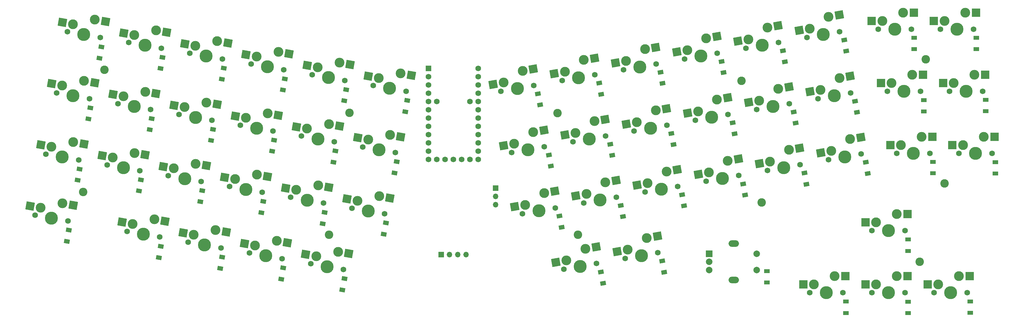
<source format=gbr>
%TF.GenerationSoftware,KiCad,Pcbnew,(6.0.9-0)*%
%TF.CreationDate,2023-02-13T21:26:22+01:00*%
%TF.ProjectId,pcb,7063622e-6b69-4636-9164-5f7063625858,rev?*%
%TF.SameCoordinates,Original*%
%TF.FileFunction,Soldermask,Bot*%
%TF.FilePolarity,Negative*%
%FSLAX46Y46*%
G04 Gerber Fmt 4.6, Leading zero omitted, Abs format (unit mm)*
G04 Created by KiCad (PCBNEW (6.0.9-0)) date 2023-02-13 21:26:22*
%MOMM*%
%LPD*%
G01*
G04 APERTURE LIST*
G04 Aperture macros list*
%AMRotRect*
0 Rectangle, with rotation*
0 The origin of the aperture is its center*
0 $1 length*
0 $2 width*
0 $3 Rotation angle, in degrees counterclockwise*
0 Add horizontal line*
21,1,$1,$2,0,0,$3*%
G04 Aperture macros list end*
%ADD10C,3.000000*%
%ADD11C,1.750000*%
%ADD12C,3.987800*%
%ADD13RotRect,2.550000X2.500000X10.000000*%
%ADD14R,2.550000X2.500000*%
%ADD15RotRect,2.550000X2.500000X350.000000*%
%ADD16C,2.600000*%
%ADD17R,1.752600X1.752600*%
%ADD18C,1.752600*%
%ADD19R,1.700000X1.700000*%
%ADD20O,1.700000X1.700000*%
%ADD21O,3.200000X2.000000*%
%ADD22R,2.000000X2.000000*%
%ADD23C,2.000000*%
%ADD24RotRect,1.300000X1.700000X100.000000*%
%ADD25RotRect,1.300000X1.700000X80.000000*%
%ADD26R,1.700000X1.300000*%
G04 APERTURE END LIST*
D10*
%TO.C,MX40*%
X312322239Y-64345150D03*
D11*
X315705783Y-68906907D03*
D10*
X306509776Y-67949228D03*
D11*
X305700137Y-70671173D03*
D12*
X310702960Y-69789040D03*
D13*
X303284531Y-68517926D03*
X315574074Y-63771764D03*
%TD*%
D11*
%TO.C,MX42*%
X355803200Y-68681600D03*
X345643200Y-68681600D03*
D10*
X346913200Y-66141600D03*
D12*
X350723200Y-68681600D03*
D10*
X353263200Y-63601600D03*
D14*
X343638200Y-66141600D03*
X356565200Y-63601600D03*
%TD*%
D10*
%TO.C,MX53*%
X339344000Y-108966000D03*
D12*
X343154000Y-111506000D03*
D10*
X345694000Y-106426000D03*
D11*
X338074000Y-111506000D03*
X348234000Y-111506000D03*
D14*
X336069000Y-108966000D03*
X348996000Y-106426000D03*
%TD*%
D10*
%TO.C,MX16*%
X96306904Y-49804403D03*
X89612309Y-51203149D03*
D11*
X97926183Y-55248293D03*
D12*
X92923360Y-54366160D03*
D11*
X87920537Y-53484027D03*
D15*
X86387063Y-50634451D03*
X99558740Y-50377789D03*
%TD*%
D16*
%TO.C,H2*%
X77266800Y-80568800D03*
%TD*%
%TO.C,H7*%
X278993600Y-46431200D03*
%TD*%
D12*
%TO.C,MX32*%
X127132080Y-79786480D03*
D11*
X122129257Y-78904347D03*
X132134903Y-80668613D03*
D10*
X123821029Y-76623469D03*
X130515624Y-75224723D03*
D15*
X120595783Y-76054771D03*
X133767460Y-75798109D03*
%TD*%
D11*
%TO.C,MX13*%
X331063600Y-30581600D03*
D12*
X325983600Y-30581600D03*
D11*
X320903600Y-30581600D03*
D10*
X322173600Y-28041600D03*
X328523600Y-25501600D03*
D14*
X318898600Y-28041600D03*
X331825600Y-25501600D03*
%TD*%
D12*
%TO.C,MX15*%
X74168000Y-51054000D03*
D11*
X69165177Y-50171867D03*
D10*
X77551544Y-46492243D03*
X70856949Y-47890989D03*
D11*
X79170823Y-51936133D03*
D15*
X67631703Y-47322291D03*
X80803380Y-47065629D03*
%TD*%
D11*
%TO.C,MX17*%
X116681543Y-58560453D03*
D10*
X115062264Y-53116563D03*
D11*
X106675897Y-56796187D03*
D10*
X108367669Y-54515309D03*
D12*
X111678720Y-57678320D03*
D15*
X105142423Y-53946611D03*
X118314100Y-53689949D03*
%TD*%
D10*
%TO.C,MX52*%
X320294000Y-108966000D03*
D11*
X329184000Y-111506000D03*
D10*
X326644000Y-106426000D03*
D12*
X324104000Y-111506000D03*
D11*
X319024000Y-111506000D03*
D14*
X317019000Y-108966000D03*
X329946000Y-106426000D03*
%TD*%
D11*
%TO.C,MX21*%
X218576183Y-66722507D03*
D10*
X215192639Y-62160750D03*
X209380176Y-65764828D03*
D11*
X208570537Y-68486773D03*
D12*
X213573360Y-67604640D03*
D13*
X206154931Y-66333526D03*
X218444474Y-61587364D03*
%TD*%
D12*
%TO.C,MX1*%
X77470000Y-32258000D03*
D11*
X72467177Y-31375867D03*
D10*
X74158949Y-29094989D03*
D11*
X82472823Y-33140133D03*
D10*
X80853544Y-27696243D03*
D15*
X70933703Y-28526291D03*
X84105380Y-28269629D03*
%TD*%
D12*
%TO.C,MX47*%
X151993599Y-103479599D03*
D11*
X146990776Y-102597466D03*
X156996422Y-104361732D03*
D10*
X148682548Y-100316588D03*
X155377143Y-98917842D03*
D15*
X145457302Y-99747890D03*
X158628979Y-99491228D03*
%TD*%
D10*
%TO.C,MX28*%
X350418400Y-44551600D03*
X344068400Y-47091600D03*
D11*
X352958400Y-49631600D03*
X342798400Y-49631600D03*
D12*
X347878400Y-49631600D03*
D14*
X340793400Y-47091600D03*
X353720400Y-44551600D03*
%TD*%
D11*
%TO.C,MX8*%
X234080343Y-44614347D03*
D10*
X230696799Y-40052590D03*
D12*
X229077520Y-45496480D03*
D10*
X224884336Y-43656668D03*
D11*
X224074697Y-46378613D03*
D13*
X221659091Y-44225366D03*
X233948634Y-39479204D03*
%TD*%
D10*
%TO.C,MX20*%
X164633749Y-64451789D03*
D11*
X162941977Y-66732667D03*
D12*
X167944800Y-67614800D03*
D10*
X171328344Y-63053043D03*
D11*
X172947623Y-68496933D03*
D15*
X161408503Y-63883091D03*
X174580180Y-63626429D03*
%TD*%
D11*
%TO.C,MX51*%
X299974000Y-111506000D03*
D10*
X301244000Y-108966000D03*
D12*
X305054000Y-111506000D03*
D11*
X310134000Y-111506000D03*
D10*
X307594000Y-106426000D03*
D14*
X297969000Y-108966000D03*
X310896000Y-106426000D03*
%TD*%
D17*
%TO.C,U1*%
X183134000Y-42621200D03*
D18*
X183134000Y-45161200D03*
X183134000Y-47701200D03*
X183134000Y-50241200D03*
X183134000Y-52781200D03*
X183134000Y-55321200D03*
X183134000Y-57861200D03*
X183134000Y-60401200D03*
X183134000Y-62941200D03*
X183134000Y-65481200D03*
X183134000Y-68021200D03*
X183134000Y-70561200D03*
X185674000Y-70561200D03*
X188214000Y-70561200D03*
X190754000Y-70561200D03*
X193294000Y-70561200D03*
X195834000Y-70561200D03*
X198374000Y-70561200D03*
X198374000Y-68021200D03*
X198374000Y-65481200D03*
X198374000Y-62941200D03*
X198374000Y-60401200D03*
X198374000Y-57861200D03*
X198374000Y-55321200D03*
X198374000Y-52781200D03*
X198374000Y-50241200D03*
X198374000Y-47701200D03*
X198374000Y-45161200D03*
X198374000Y-42621200D03*
X195834000Y-52781200D03*
X185674000Y-52781200D03*
%TD*%
D11*
%TO.C,MX5*%
X147447977Y-44583867D03*
D12*
X152450800Y-45466000D03*
D10*
X149139749Y-42302989D03*
D11*
X157453623Y-46348133D03*
D10*
X155834344Y-40904243D03*
D15*
X145914503Y-41734291D03*
X159086180Y-41477629D03*
%TD*%
D12*
%TO.C,MX39*%
X291947600Y-73101200D03*
D10*
X287754416Y-71261388D03*
D11*
X286944777Y-73983333D03*
D10*
X293566879Y-67657310D03*
D11*
X296950423Y-72219067D03*
D13*
X284529171Y-71830086D03*
X296818714Y-67083924D03*
%TD*%
D10*
%TO.C,MX41*%
X334264000Y-63601600D03*
D11*
X326644000Y-68681600D03*
X336804000Y-68681600D03*
D10*
X327914000Y-66141600D03*
D12*
X331724000Y-68681600D03*
D14*
X324639000Y-66141600D03*
X337566000Y-63601600D03*
%TD*%
D11*
%TO.C,MX29*%
X75868823Y-70732133D03*
D10*
X74249544Y-65288243D03*
X67554949Y-66686989D03*
D12*
X70866000Y-69850000D03*
D11*
X65863177Y-68967867D03*
D15*
X64329703Y-66118291D03*
X77501380Y-65861629D03*
%TD*%
D11*
%TO.C,MX14*%
X339953600Y-30581600D03*
D10*
X341223600Y-28041600D03*
X347573600Y-25501600D03*
D11*
X350113600Y-30581600D03*
D12*
X345033600Y-30581600D03*
D14*
X337948600Y-28041600D03*
X350875600Y-25501600D03*
%TD*%
D10*
%TO.C,MX7*%
X206128976Y-46968828D03*
X211941439Y-43364750D03*
D12*
X210322160Y-48808640D03*
D11*
X215324983Y-47926507D03*
X205319337Y-49690773D03*
D13*
X202903731Y-47537526D03*
X215193274Y-42791364D03*
%TD*%
D16*
%TO.C,H3*%
X158902400Y-56286400D03*
%TD*%
D11*
%TO.C,MX9*%
X252835703Y-41302187D03*
D10*
X243639696Y-40344508D03*
X249452159Y-36740430D03*
D11*
X242830057Y-43066453D03*
D12*
X247832880Y-42184320D03*
D13*
X240414451Y-40913206D03*
X252703994Y-36167044D03*
%TD*%
D16*
%TO.C,H6*%
X228904800Y-93675200D03*
%TD*%
D19*
%TO.C,LED0*%
X203708000Y-79364600D03*
D20*
X203708000Y-81904600D03*
X203708000Y-84444600D03*
%TD*%
D16*
%TO.C,H9*%
X335483200Y-39827200D03*
%TD*%
D11*
%TO.C,MX11*%
X290346423Y-34677867D03*
D12*
X285343600Y-35560000D03*
D10*
X281150416Y-33720188D03*
X286962879Y-30116110D03*
D11*
X280340777Y-36442133D03*
D13*
X277925171Y-34288886D03*
X290214714Y-29542724D03*
%TD*%
D10*
%TO.C,MX35*%
X212732976Y-84510028D03*
D11*
X221928983Y-85467707D03*
X211923337Y-87231973D03*
D12*
X216926160Y-86349840D03*
D10*
X218545439Y-80905950D03*
D13*
X209507731Y-85078726D03*
X221797274Y-80332564D03*
%TD*%
D10*
%TO.C,MX22*%
X233968319Y-58848590D03*
D11*
X227346217Y-65174613D03*
X237351863Y-63410347D03*
D12*
X232349040Y-64292480D03*
D10*
X228155856Y-62452668D03*
D13*
X224930611Y-63021366D03*
X237220154Y-58275204D03*
%TD*%
D16*
%TO.C,H8*%
X285191200Y-83769200D03*
%TD*%
D11*
%TO.C,MX31*%
X103373897Y-75592187D03*
D10*
X111760264Y-71912563D03*
D12*
X108376720Y-76474320D03*
D11*
X113379543Y-77356453D03*
D10*
X105065669Y-73311309D03*
D15*
X101840423Y-72742611D03*
X115012100Y-72485949D03*
%TD*%
D11*
%TO.C,MX26*%
X302448937Y-51925973D03*
D10*
X309071039Y-45599950D03*
D12*
X307451760Y-51043840D03*
D11*
X312454583Y-50161707D03*
D10*
X303258576Y-49204028D03*
D13*
X300033331Y-49772726D03*
X312322874Y-45026564D03*
%TD*%
D11*
%TO.C,MX12*%
X309101783Y-31365707D03*
X299096137Y-33129973D03*
D12*
X304098960Y-32247840D03*
D10*
X305718239Y-26803950D03*
X299905776Y-30408028D03*
D13*
X296680531Y-30976726D03*
X308970074Y-26230564D03*
%TD*%
D12*
%TO.C,MX48*%
X229575360Y-103418640D03*
D11*
X224572537Y-104300773D03*
X234578183Y-102536507D03*
D10*
X225382176Y-101578828D03*
X231194639Y-97974750D03*
D13*
X222156931Y-102147526D03*
X234446474Y-97401364D03*
%TD*%
D16*
%TO.C,H4*%
X152603200Y-93675200D03*
%TD*%
D12*
%TO.C,MX10*%
X266588240Y-38872160D03*
D11*
X271591063Y-37990027D03*
X261585417Y-39754293D03*
D10*
X268207519Y-33428270D03*
X262395056Y-37032348D03*
D13*
X259169811Y-37601046D03*
X271459354Y-32854884D03*
%TD*%
D10*
%TO.C,MX23*%
X246931536Y-59140508D03*
X252743999Y-55536430D03*
D11*
X246121897Y-61862453D03*
X256127543Y-60098187D03*
D12*
X251124720Y-60980320D03*
D13*
X243706291Y-59709206D03*
X255995834Y-54963044D03*
%TD*%
D11*
%TO.C,MX25*%
X293678903Y-53473867D03*
X283673257Y-55238133D03*
D10*
X290295359Y-48912110D03*
D12*
X288676080Y-54356000D03*
D10*
X284482896Y-52516188D03*
D13*
X281257651Y-53084886D03*
X293547194Y-48338724D03*
%TD*%
D11*
%TO.C,MX44*%
X100710023Y-94404933D03*
D12*
X95707200Y-93522800D03*
D10*
X99090744Y-88961043D03*
X92396149Y-90359789D03*
D11*
X90704377Y-92640667D03*
D15*
X89170903Y-89791091D03*
X102342580Y-89534429D03*
%TD*%
D16*
%TO.C,H11*%
X333654400Y-102006400D03*
%TD*%
D10*
%TO.C,MX50*%
X326644000Y-87376000D03*
D11*
X319024000Y-92456000D03*
X329184000Y-92456000D03*
D10*
X320294000Y-89916000D03*
D12*
X324104000Y-92456000D03*
D14*
X317019000Y-89916000D03*
X329946000Y-87376000D03*
%TD*%
D10*
%TO.C,MX34*%
X161331749Y-83247789D03*
D12*
X164642800Y-86410800D03*
D10*
X168026344Y-81849043D03*
D11*
X169645623Y-87292933D03*
X159639977Y-85528667D03*
D15*
X158106503Y-82679091D03*
X171278180Y-82422429D03*
%TD*%
D11*
%TO.C,MX46*%
X138234289Y-101042799D03*
D10*
X136615010Y-95598909D03*
X129920415Y-96997655D03*
D11*
X128228643Y-99278533D03*
D12*
X133231466Y-100160666D03*
D15*
X126695169Y-96428957D03*
X139866846Y-96172295D03*
%TD*%
D11*
%TO.C,MX2*%
X101218023Y-36442133D03*
D10*
X99598744Y-30998243D03*
D12*
X96215200Y-35560000D03*
D11*
X91212377Y-34677867D03*
D10*
X92904149Y-32396989D03*
D15*
X89678903Y-31828291D03*
X102850580Y-31571629D03*
%TD*%
D19*
%TO.C,OLED0*%
X186954000Y-99771200D03*
D20*
X189494000Y-99771200D03*
X192034000Y-99771200D03*
X194574000Y-99771200D03*
%TD*%
D16*
%TO.C,H10*%
X341223600Y-77978000D03*
%TD*%
D11*
%TO.C,MX6*%
X176198823Y-49650133D03*
D10*
X174579544Y-44206243D03*
D11*
X166193177Y-47885867D03*
D10*
X167884949Y-45604989D03*
D12*
X171196000Y-48768000D03*
D15*
X164659703Y-45036291D03*
X177831380Y-44779629D03*
%TD*%
D10*
%TO.C,MX37*%
X256056159Y-74281630D03*
X250243696Y-77885708D03*
D11*
X259439703Y-78843387D03*
X249434057Y-80607653D03*
D12*
X254436880Y-79725520D03*
D13*
X247018451Y-78454406D03*
X259307994Y-73708244D03*
%TD*%
D11*
%TO.C,MX36*%
X240684343Y-82155547D03*
D10*
X231488336Y-81197868D03*
X237300799Y-77593790D03*
D11*
X230678697Y-83919813D03*
D12*
X235681520Y-83037680D03*
D13*
X228263091Y-81766566D03*
X240552634Y-77020404D03*
%TD*%
D10*
%TO.C,MX19*%
X145878389Y-61139629D03*
X152572984Y-59740883D03*
D12*
X149189440Y-64302640D03*
D11*
X154192263Y-65184773D03*
X144186617Y-63420507D03*
D15*
X142653143Y-60570931D03*
X155824820Y-60314269D03*
%TD*%
D10*
%TO.C,MX4*%
X137089144Y-37602243D03*
D11*
X128702777Y-41281867D03*
D10*
X130394549Y-39000989D03*
D11*
X138708423Y-43046133D03*
D12*
X133705600Y-42164000D03*
D15*
X127169303Y-38432291D03*
X140340980Y-38175629D03*
%TD*%
D11*
%TO.C,MX38*%
X278195063Y-75531227D03*
D10*
X274811519Y-70969470D03*
D12*
X273192240Y-76413360D03*
D10*
X268999056Y-74573548D03*
D11*
X268189417Y-77295493D03*
D13*
X265773811Y-75142246D03*
X278063354Y-70396084D03*
%TD*%
D10*
%TO.C,MX24*%
X271519679Y-52224270D03*
D11*
X274903223Y-56786027D03*
D10*
X265707216Y-55828348D03*
D12*
X269900400Y-57668160D03*
D11*
X264897577Y-58550293D03*
D13*
X262481971Y-56397046D03*
X274771514Y-51650884D03*
%TD*%
D11*
%TO.C,MX3*%
X109957577Y-37979867D03*
X119963223Y-39744133D03*
D12*
X114960400Y-38862000D03*
D10*
X111649349Y-35698989D03*
X118343944Y-34300243D03*
D15*
X108424103Y-35130291D03*
X121595780Y-34873629D03*
%TD*%
D12*
%TO.C,MX43*%
X67564000Y-88595200D03*
D10*
X70947544Y-84033443D03*
D11*
X62561177Y-87713067D03*
X72566823Y-89477333D03*
D10*
X64252949Y-85432189D03*
D15*
X61027703Y-84863491D03*
X74199380Y-84606829D03*
%TD*%
D21*
%TO.C,SW1*%
X276656800Y-96406400D03*
X276656800Y-107606400D03*
D22*
X269156800Y-99506400D03*
D23*
X269156800Y-104506400D03*
X269156800Y-102006400D03*
X283656800Y-104506400D03*
X283656800Y-99506400D03*
%TD*%
D10*
%TO.C,MX45*%
X111158282Y-93678722D03*
D11*
X119472156Y-97723866D03*
X109466510Y-95959600D03*
D10*
X117852877Y-92279976D03*
D12*
X114469333Y-96841733D03*
D15*
X107933036Y-93110024D03*
X121104713Y-92853362D03*
%TD*%
D16*
%TO.C,H1*%
X83769200Y-43078400D03*
%TD*%
D10*
%TO.C,MX27*%
X331368400Y-44577000D03*
D12*
X328828400Y-49657000D03*
D10*
X325018400Y-47117000D03*
D11*
X323748400Y-49657000D03*
X333908400Y-49657000D03*
D14*
X321743400Y-47117000D03*
X334670400Y-44577000D03*
%TD*%
D11*
%TO.C,MX30*%
X94624183Y-74044293D03*
D12*
X89621360Y-73162160D03*
D10*
X86310309Y-69999149D03*
D11*
X84618537Y-72280027D03*
D10*
X93004904Y-68600403D03*
D15*
X83085063Y-69430451D03*
X96256740Y-69173789D03*
%TD*%
D11*
%TO.C,MX33*%
X140884617Y-82216507D03*
D10*
X142576389Y-79935629D03*
X149270984Y-78536883D03*
D12*
X145887440Y-83098640D03*
D11*
X150890263Y-83980773D03*
D15*
X139351143Y-79366931D03*
X152522820Y-79110269D03*
%TD*%
D16*
%TO.C,H5*%
X222656400Y-56337200D03*
%TD*%
D10*
%TO.C,MX49*%
X244178176Y-98276828D03*
X249990639Y-94672750D03*
D12*
X248371360Y-100116640D03*
D11*
X253374183Y-99234507D03*
X243368537Y-100998773D03*
D13*
X240952931Y-98845526D03*
X253242474Y-94099364D03*
%TD*%
D10*
%TO.C,MX18*%
X127123029Y-57827469D03*
D11*
X135436903Y-61872613D03*
D10*
X133817624Y-56428723D03*
D12*
X130434080Y-60990480D03*
D11*
X125431257Y-60108347D03*
D15*
X123897783Y-57258771D03*
X137069460Y-57002109D03*
%TD*%
D24*
%TO.C,D7*%
X217270684Y-53844214D03*
X216662916Y-50397386D03*
%TD*%
D25*
%TO.C,D15*%
X78893316Y-58162214D03*
X79501084Y-54715386D03*
%TD*%
%TO.C,D3*%
X119736516Y-45970214D03*
X120344284Y-42523386D03*
%TD*%
D26*
%TO.C,D42*%
X356819200Y-74902000D03*
X356819200Y-71402000D03*
%TD*%
D25*
%TO.C,D16*%
X97689316Y-61464214D03*
X98297084Y-58017386D03*
%TD*%
D24*
%TO.C,D23*%
X258164684Y-66036214D03*
X257556916Y-62589386D03*
%TD*%
D25*
%TO.C,D45*%
X119228516Y-103983814D03*
X119836284Y-100536986D03*
%TD*%
D24*
%TO.C,D38*%
X280161084Y-81530214D03*
X279553316Y-78083386D03*
%TD*%
%TO.C,D39*%
X298906284Y-78177414D03*
X298298516Y-74730586D03*
%TD*%
%TO.C,D24*%
X276909884Y-62734214D03*
X276302116Y-59287386D03*
%TD*%
%TO.C,D35*%
X223874684Y-91385414D03*
X223266916Y-87938586D03*
%TD*%
%TO.C,D26*%
X314400284Y-56130214D03*
X313792516Y-52683386D03*
%TD*%
D26*
%TO.C,D14*%
X350977200Y-36751200D03*
X350977200Y-33251200D03*
%TD*%
%TO.C,D13*%
X331927200Y-36751200D03*
X331927200Y-33251200D03*
%TD*%
%TO.C,D27*%
X334873600Y-55852000D03*
X334873600Y-52352000D03*
%TD*%
D25*
%TO.C,D1*%
X82246116Y-39467814D03*
X82853884Y-36020986D03*
%TD*%
D26*
%TO.C,D50*%
X330098400Y-98676400D03*
X330098400Y-95176400D03*
%TD*%
D24*
%TO.C,D25*%
X295655084Y-59432214D03*
X295047316Y-55985386D03*
%TD*%
D25*
%TO.C,D29*%
X75591316Y-76958214D03*
X76199084Y-73511386D03*
%TD*%
%TO.C,D4*%
X138481716Y-49272214D03*
X139089484Y-45825386D03*
%TD*%
D26*
%TO.C,D52*%
X330047600Y-117777200D03*
X330047600Y-114277200D03*
%TD*%
D25*
%TO.C,D47*%
X156718916Y-110587814D03*
X157326684Y-107140986D03*
%TD*%
D24*
%TO.C,D8*%
X236015884Y-50593014D03*
X235408116Y-47146186D03*
%TD*%
%TO.C,D10*%
X273557084Y-43938214D03*
X272949316Y-40491386D03*
%TD*%
D25*
%TO.C,D31*%
X113132516Y-83562214D03*
X113740284Y-80115386D03*
%TD*%
%TO.C,D18*%
X135179716Y-68068214D03*
X135787484Y-64621386D03*
%TD*%
D26*
%TO.C,D54*%
X286816800Y-108379200D03*
X286816800Y-104879200D03*
%TD*%
D24*
%TO.C,D37*%
X261415884Y-84832214D03*
X260808116Y-81385386D03*
%TD*%
D25*
%TO.C,D20*%
X172720916Y-74723014D03*
X173328684Y-71276186D03*
%TD*%
%TO.C,D5*%
X157277716Y-52574214D03*
X157885484Y-49127386D03*
%TD*%
D24*
%TO.C,D36*%
X242670684Y-88134214D03*
X242062916Y-84687386D03*
%TD*%
D25*
%TO.C,D32*%
X131877716Y-86915014D03*
X132485484Y-83468186D03*
%TD*%
D24*
%TO.C,D40*%
X317702284Y-74875414D03*
X317094516Y-71428586D03*
%TD*%
%TO.C,D9*%
X254811884Y-47240214D03*
X254204116Y-43793386D03*
%TD*%
D25*
%TO.C,D19*%
X153975716Y-71421014D03*
X154583484Y-67974186D03*
%TD*%
D26*
%TO.C,D41*%
X337718400Y-74851200D03*
X337718400Y-71351200D03*
%TD*%
D25*
%TO.C,D34*%
X169418916Y-93519014D03*
X170026684Y-90072186D03*
%TD*%
D24*
%TO.C,D21*%
X220623484Y-72640214D03*
X220015716Y-69193386D03*
%TD*%
D25*
%TO.C,D2*%
X100940516Y-42668214D03*
X101548284Y-39221386D03*
%TD*%
D24*
%TO.C,D49*%
X255319884Y-105203014D03*
X254712116Y-101756186D03*
%TD*%
%TO.C,D48*%
X236574684Y-108555814D03*
X235966916Y-105108986D03*
%TD*%
%TO.C,D22*%
X239419484Y-69338214D03*
X238811716Y-65891386D03*
%TD*%
D25*
%TO.C,D43*%
X72289316Y-95703414D03*
X72897084Y-92256586D03*
%TD*%
%TO.C,D17*%
X116434516Y-64766214D03*
X117042284Y-61319386D03*
%TD*%
%TO.C,D33*%
X150673716Y-90267814D03*
X151281484Y-86820986D03*
%TD*%
D24*
%TO.C,D12*%
X311098284Y-37334214D03*
X310490516Y-33887386D03*
%TD*%
D26*
%TO.C,D28*%
X353872800Y-55801200D03*
X353872800Y-52301200D03*
%TD*%
D25*
%TO.C,D6*%
X175972116Y-55927014D03*
X176579884Y-52480186D03*
%TD*%
D26*
%TO.C,D51*%
X310997600Y-117726400D03*
X310997600Y-114226400D03*
%TD*%
%TO.C,D53*%
X349097600Y-117675600D03*
X349097600Y-114175600D03*
%TD*%
D25*
%TO.C,D30*%
X94336516Y-80260214D03*
X94944284Y-76813386D03*
%TD*%
%TO.C,D44*%
X100483316Y-100681814D03*
X101091084Y-97234986D03*
%TD*%
%TO.C,D46*%
X137973716Y-107285814D03*
X138581484Y-103838986D03*
%TD*%
D24*
%TO.C,D11*%
X292302284Y-40636214D03*
X291694516Y-37189386D03*
%TD*%
M02*

</source>
